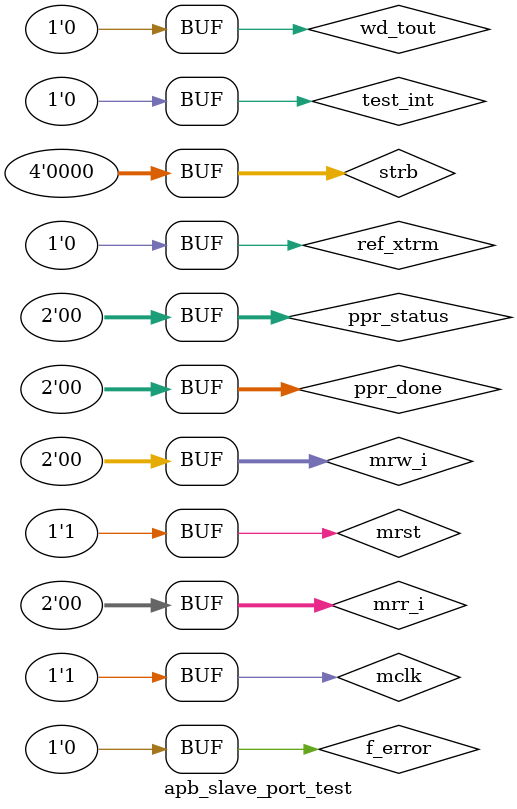
<source format=sv>
module apb_slave_port_test();

parameter A_WIDTH = 16;
parameter D_WIDTH = 8 ;
parameter NB_RANK = 2 ;
//APB BUS INTERCONNECTS
wire pclk,preset,pselect,penable,pready,pslverr,pwrite;
wire [D_WIDTH-1:0] pwdata,prdata;
wire [A_WIDTH-1:0] paddr;
wire [3:0]     pstrobe;

wire [7 :0] wdata;

//APB MASTER BACKEND SIGNAL
reg t , rd_wr, mclk,mrst;
reg [3:0] strb;
reg [D_WIDTH-1:0] mwdata;
reg [A_WIDTH-1:0] maddr ;
wire [D_WIDTH-1:0] mrdata;
wire mrvalid;

//APB SLAVE BACKEND 
reg [NB_RANK-1:0] mrw_i = 0;
reg [NB_RANK-1:0] mrr_i = 0;
reg [NB_RANK-1:0] ppr_done = 0;
reg [NB_RANK-1:0] ppr_status=0;
wire[NB_RANK-1:0] r_mrr,r_mrw;
wire[NB_RANK-1:0] ppr_en;

reg  test_int=0;
reg  f_done  =0;
reg  f_ready =0;
reg  f_error =0;
reg  wd_tout =0;
reg  ref_xtrm=0;

wire sta_fre_chng;
wire pll_fre_chng_done;
//APB SLAVE INTRUPPT OUTPUT 
wire intr;

apb_master_port #(.APB_ADDRWIDTH(A_WIDTH), .APB_DATAWIDTH(D_WIDTH)) apb_master
									(.pready_i	(pready)	,
									.prdata_i	(prdata)	,
									.pslverr_i	(pslverr)	,
									.pclk_o		(pclk)		,
									.prst_no	(preset)	,
									.psel_o		(pselect)	,
									.penable_o	(penable)	,
									.pwrite_o	(pwrite)	,
									.pwdata_o	(pwdata)	,
									.paddr_o	(paddr)		,
									.pstrb_o	(pstrobe)	,
									
									.t		(t)		,
									.rd_wr		(rd_wr)		,
									.mclk_i		(mclk)		,
									.mrst_ni	(mrst)		,
									.strb_i		(strb)		,
									.m_rdata_o	(mrdata)	,
									.m_rvalid_o	(mrvalid)	,
									.m_wdata_i	(mwdata)	,
									.m_addr_i	(maddr)		,
									.m_intr_i	(intr)		);
									






apb_slave_port #(.APB_ADDRWIDTH(A_WIDTH), .APB_DATAWIDTH(D_WIDTH),.NB_RANK(NB_RANK)) apb_slave
								       (.pclk_i		(pclk)		,
									.prst_ni	(preset)	,
									.paddr_i	(paddr)		,
									.psel_i		(pselect)	,
									.penable_i	(penable)	,
						  			.pwrite_i	(pwrite)	,
									.pwdata_i	(pwdata)	,
									.pstrb_i	(pstrobe)	,
									.pready_o	(pready)	,
									.prdata_o	(prdata)	,
						  			.pslverr_o	(pslverr)	,
									.mrw_done_status_i(mrw_i)	,
									.mrr_done_status_i(mrr_i)	,
									.rank_mrw_o	(r_mrw)		,
									.rank_mrr_o	(r_mrr)		,
									.mc_intr_o	(intr)		,
									.ppr_done_status_i(ppr_done)	,
									.ppr_en_o	(ppr_en)	,
									.ppr_status_i   (ppr_status)    ,
									.start_freq_change_o(sta_fre_chng),
									.pll_freq_chng_done_o(pll_fre_chng_done),
									.test_mode_intr_i(test_int)	,
									.freq_change_error_i(f_error)	,
									.freq_change_done_i(f_done)	,
									.freq_change_ready_i(f_ready)	,
									.watch_dog_timeout_i(wd_tout)	,
									.refresh_x_trm_i(ref_xtrm)	
							
);


initial 
begin
	mclk = 1;
	repeat(50) mclk = #5 !mclk;
end


initial 
begin
mrst = 0; strb = 0; 
#5 mrst = 1 ;

t =1; rd_wr = 1; maddr = 'h19; mwdata = 1<<3;		#20 // --> disabled mrr_read 
t =1; rd_wr = 1; maddr = 'h1c; mwdata = 5 | (1<< 5);	#20 // --> write freq_index | start_freq_change
t=0; // wait for interrupt	
end

always@(posedge intr)
begin
$display("start prdata --> %b , time --> %t", prdata, $time);
t = 1; rd_wr = 0; maddr = 'h62;				#30 // --> mc interrupt status register read 
$display("after readprdata --> %b , time --> %t", prdata, $time);
if(prdata[3]) begin t = 1; rd_wr = 1; maddr = 'h1c; mwdata = 1<<6;  end // --> pll
t=0;
end

always@(posedge sta_fre_chng )
begin
 #30 f_ready = 1; #5  f_ready =0; // frequency change ready intrepput
end

always@( posedge pll_fre_chng_done)
begin  #40 f_done  = 1; #5 f_done =0; end // frequency change done interrupt
endmodule


</source>
